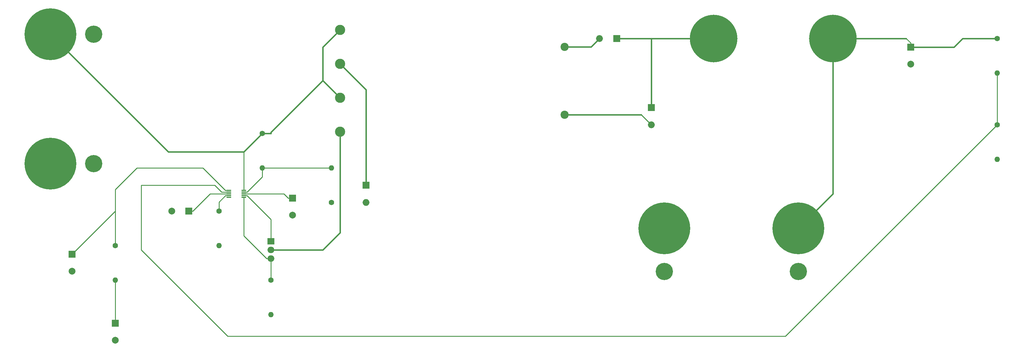
<source format=gbr>
G04 #@! TF.GenerationSoftware,KiCad,Pcbnew,(5.1.5)-3*
G04 #@! TF.CreationDate,2020-06-24T22:01:33+03:00*
G04 #@! TF.ProjectId,forward_converter_opto,666f7277-6172-4645-9f63-6f6e76657274,rev?*
G04 #@! TF.SameCoordinates,Original*
G04 #@! TF.FileFunction,Copper,L1,Top*
G04 #@! TF.FilePolarity,Positive*
%FSLAX46Y46*%
G04 Gerber Fmt 4.6, Leading zero omitted, Abs format (unit mm)*
G04 Created by KiCad (PCBNEW (5.1.5)-3) date 2020-06-24 22:01:33*
%MOMM*%
%LPD*%
G04 APERTURE LIST*
%ADD10C,2.000000*%
%ADD11R,2.000000X2.000000*%
%ADD12C,3.000000*%
%ADD13C,2.400000*%
%ADD14R,2.000000X1.905000*%
%ADD15O,2.000000X1.905000*%
%ADD16O,2.000000X2.000000*%
%ADD17C,14.000000*%
%ADD18O,1.600000X1.600000*%
%ADD19C,1.600000*%
%ADD20R,1.400000X0.300000*%
%ADD21C,15.240000*%
%ADD22C,5.080000*%
%ADD23C,0.250000*%
%ADD24C,0.400000*%
G04 APERTURE END LIST*
D10*
X243840000Y-35480000D03*
D11*
X243840000Y-30480000D03*
D12*
X76200000Y-25400000D03*
X76200000Y-35400000D03*
X76200000Y-45400000D03*
X76200000Y-55400000D03*
D13*
X142200000Y-30400000D03*
X142200000Y-50400000D03*
D14*
X55880000Y-87630000D03*
D15*
X55880000Y-90170000D03*
X55880000Y-92710000D03*
D10*
X-2540000Y-96440000D03*
D11*
X-2540000Y-91440000D03*
X10160000Y-111760000D03*
D10*
X10160000Y-116760000D03*
D11*
X31750000Y-78740000D03*
D10*
X26750000Y-78740000D03*
X62230000Y-79930000D03*
D11*
X62230000Y-74930000D03*
X83820000Y-71120000D03*
D16*
X83820000Y-76200000D03*
D11*
X157480000Y-27940000D03*
D16*
X152400000Y-27940000D03*
D11*
X167640000Y-48260000D03*
D16*
X167640000Y-53340000D03*
D17*
X185980000Y-27940000D03*
X220980000Y-27940000D03*
D18*
X10160000Y-99060000D03*
D19*
X10160000Y-88900000D03*
D18*
X40640000Y-88900000D03*
D19*
X40640000Y-78740000D03*
D18*
X53340000Y-66040000D03*
D19*
X53340000Y-55880000D03*
X73660000Y-76200000D03*
D18*
X73660000Y-66040000D03*
D19*
X55880000Y-99060000D03*
D18*
X55880000Y-109220000D03*
X269240000Y-38100000D03*
D19*
X269240000Y-27940000D03*
X269240000Y-53340000D03*
D18*
X269240000Y-63500000D03*
D20*
X43520000Y-72660000D03*
X43520000Y-73160000D03*
X43520000Y-73660000D03*
X43520000Y-74160000D03*
X43520000Y-74660000D03*
X47920000Y-74660000D03*
X47920000Y-74160000D03*
X47920000Y-73660000D03*
X47920000Y-73160000D03*
X47920000Y-72660000D03*
D21*
X-8890000Y-26670000D03*
D22*
X3810000Y-26670000D03*
X3810000Y-64770000D03*
D21*
X-8890000Y-64770000D03*
X210820000Y-83820000D03*
D22*
X210820000Y-96520000D03*
X171450000Y-96520000D03*
D21*
X171450000Y-83820000D03*
D23*
X42570000Y-72660000D02*
X35950000Y-66040000D01*
X43520000Y-72660000D02*
X42570000Y-72660000D01*
X35950000Y-66040000D02*
X16510000Y-66040000D01*
X16510000Y-66040000D02*
X10160000Y-72390000D01*
X10160000Y-78740000D02*
X-2540000Y-91440000D01*
X10160000Y-78740000D02*
X10160000Y-88900000D01*
X10160000Y-72390000D02*
X10160000Y-78740000D01*
X10160000Y-99060000D02*
X10160000Y-111760000D01*
X33000000Y-78740000D02*
X38080000Y-73660000D01*
X31750000Y-78740000D02*
X33000000Y-78740000D01*
X38080000Y-73660000D02*
X43520000Y-73660000D01*
X48870000Y-73660000D02*
X47920000Y-73660000D01*
X59710000Y-73660000D02*
X48870000Y-73660000D01*
X60980000Y-74930000D02*
X59710000Y-73660000D01*
X62230000Y-74930000D02*
X60980000Y-74930000D01*
X164700000Y-50400000D02*
X167640000Y-53340000D01*
D24*
X142200000Y-50400000D02*
X164700000Y-50400000D01*
D23*
X242550000Y-27940000D02*
X243840000Y-29230000D01*
X243840000Y-29230000D02*
X243840000Y-30480000D01*
D24*
X220980000Y-27940000D02*
X242550000Y-27940000D01*
X256540000Y-30480000D02*
X259080000Y-27940000D01*
X243840000Y-30480000D02*
X256540000Y-30480000D01*
X259080000Y-27940000D02*
X269240000Y-27940000D01*
X220980000Y-73660000D02*
X210820000Y-83820000D01*
X220980000Y-27940000D02*
X220980000Y-73660000D01*
X83820000Y-43020000D02*
X76200000Y-35400000D01*
X83820000Y-71120000D02*
X83820000Y-43020000D01*
X149940000Y-30400000D02*
X152400000Y-27940000D01*
X142200000Y-30400000D02*
X149940000Y-30400000D01*
X157480000Y-27940000D02*
X185980000Y-27940000D01*
X167640000Y-48260000D02*
X167640000Y-27940000D01*
D23*
X48870000Y-74160000D02*
X47920000Y-74160000D01*
X55880000Y-81170000D02*
X48870000Y-74160000D01*
X55880000Y-87630000D02*
X55880000Y-81170000D01*
D24*
X76200000Y-55400000D02*
X76200000Y-85090000D01*
X71120000Y-90170000D02*
X55880000Y-90170000D01*
X76200000Y-85090000D02*
X71120000Y-90170000D01*
D23*
X47920000Y-75060000D02*
X47920000Y-74660000D01*
X47920000Y-86000000D02*
X47920000Y-75060000D01*
X54630000Y-92710000D02*
X47920000Y-86000000D01*
X55880000Y-92710000D02*
X54630000Y-92710000D01*
X55880000Y-92710000D02*
X55880000Y-99060000D01*
X42570000Y-74160000D02*
X43520000Y-74160000D01*
X40640000Y-76090000D02*
X42570000Y-74160000D01*
X40640000Y-78740000D02*
X40640000Y-76090000D01*
X53340000Y-67171370D02*
X53340000Y-66040000D01*
X53340000Y-68690000D02*
X53340000Y-67171370D01*
X48870000Y-73160000D02*
X53340000Y-68690000D01*
X47920000Y-73160000D02*
X48870000Y-73160000D01*
X53340000Y-66040000D02*
X73660000Y-66040000D01*
X269240000Y-38100000D02*
X269240000Y-53340000D01*
X17780000Y-90170000D02*
X17780000Y-71120000D01*
X17780000Y-71120000D02*
X39370000Y-71120000D01*
X39370000Y-71120000D02*
X41410000Y-73160000D01*
X42570000Y-73160000D02*
X43520000Y-73160000D01*
X41410000Y-73160000D02*
X42570000Y-73160000D01*
X43180000Y-115570000D02*
X17780000Y-90170000D01*
X269240000Y-53340000D02*
X207010000Y-115570000D01*
X207010000Y-115570000D02*
X43180000Y-115570000D01*
X47920000Y-61300000D02*
X47920000Y-72660000D01*
D24*
X53340000Y-55880000D02*
X47920000Y-61300000D01*
X76200000Y-25400000D02*
X71120000Y-30480000D01*
X71120000Y-40320000D02*
X76200000Y-45400000D01*
X71120000Y-30480000D02*
X71120000Y-40320000D01*
X53340000Y-55880000D02*
X55880000Y-55880000D01*
X55880000Y-55560000D02*
X71120000Y-40320000D01*
X55880000Y-55880000D02*
X55880000Y-55560000D01*
X25740000Y-61300000D02*
X47920000Y-61300000D01*
X-8890000Y-26670000D02*
X25740000Y-61300000D01*
M02*

</source>
